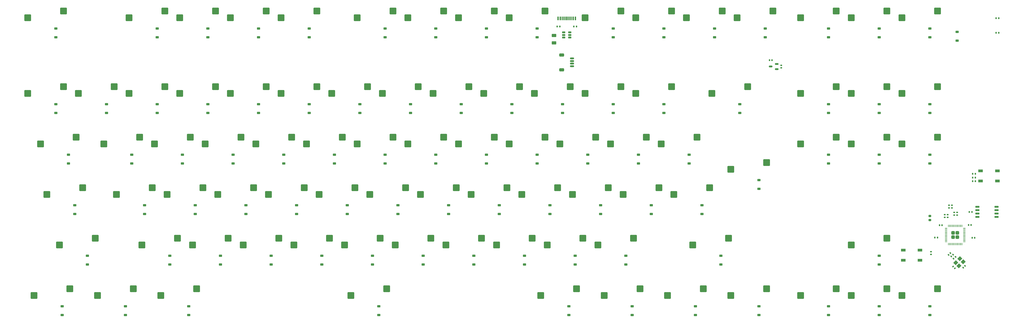
<source format=gbr>
%TF.GenerationSoftware,KiCad,Pcbnew,(7.0.0)*%
%TF.CreationDate,2023-12-09T11:02:40+00:00*%
%TF.ProjectId,TKL_PCB,544b4c5f-5043-4422-9e6b-696361645f70,rev?*%
%TF.SameCoordinates,Original*%
%TF.FileFunction,Paste,Bot*%
%TF.FilePolarity,Positive*%
%FSLAX46Y46*%
G04 Gerber Fmt 4.6, Leading zero omitted, Abs format (unit mm)*
G04 Created by KiCad (PCBNEW (7.0.0)) date 2023-12-09 11:02:40*
%MOMM*%
%LPD*%
G01*
G04 APERTURE LIST*
G04 Aperture macros list*
%AMRoundRect*
0 Rectangle with rounded corners*
0 $1 Rounding radius*
0 $2 $3 $4 $5 $6 $7 $8 $9 X,Y pos of 4 corners*
0 Add a 4 corners polygon primitive as box body*
4,1,4,$2,$3,$4,$5,$6,$7,$8,$9,$2,$3,0*
0 Add four circle primitives for the rounded corners*
1,1,$1+$1,$2,$3*
1,1,$1+$1,$4,$5*
1,1,$1+$1,$6,$7*
1,1,$1+$1,$8,$9*
0 Add four rect primitives between the rounded corners*
20,1,$1+$1,$2,$3,$4,$5,0*
20,1,$1+$1,$4,$5,$6,$7,0*
20,1,$1+$1,$6,$7,$8,$9,0*
20,1,$1+$1,$8,$9,$2,$3,0*%
%AMRotRect*
0 Rectangle, with rotation*
0 The origin of the aperture is its center*
0 $1 length*
0 $2 width*
0 $3 Rotation angle, in degrees counterclockwise*
0 Add horizontal line*
21,1,$1,$2,0,0,$3*%
G04 Aperture macros list end*
%ADD10RoundRect,0.225000X0.375000X-0.225000X0.375000X0.225000X-0.375000X0.225000X-0.375000X-0.225000X0*%
%ADD11RoundRect,0.135000X0.135000X0.185000X-0.135000X0.185000X-0.135000X-0.185000X0.135000X-0.185000X0*%
%ADD12RoundRect,0.250000X1.025000X1.000000X-1.025000X1.000000X-1.025000X-1.000000X1.025000X-1.000000X0*%
%ADD13RoundRect,0.135000X-0.185000X0.135000X-0.185000X-0.135000X0.185000X-0.135000X0.185000X0.135000X0*%
%ADD14RoundRect,0.150000X0.475000X0.150000X-0.475000X0.150000X-0.475000X-0.150000X0.475000X-0.150000X0*%
%ADD15R,1.700000X1.000000*%
%ADD16RoundRect,0.150000X0.650000X0.150000X-0.650000X0.150000X-0.650000X-0.150000X0.650000X-0.150000X0*%
%ADD17RoundRect,0.140000X0.140000X0.170000X-0.140000X0.170000X-0.140000X-0.170000X0.140000X-0.170000X0*%
%ADD18RoundRect,0.140000X0.021213X-0.219203X0.219203X-0.021213X-0.021213X0.219203X-0.219203X0.021213X0*%
%ADD19RoundRect,0.140000X-0.140000X-0.170000X0.140000X-0.170000X0.140000X0.170000X-0.140000X0.170000X0*%
%ADD20RoundRect,0.150000X0.625000X-0.150000X0.625000X0.150000X-0.625000X0.150000X-0.625000X-0.150000X0*%
%ADD21RoundRect,0.250000X0.650000X-0.350000X0.650000X0.350000X-0.650000X0.350000X-0.650000X-0.350000X0*%
%ADD22RoundRect,0.140000X0.170000X-0.140000X0.170000X0.140000X-0.170000X0.140000X-0.170000X-0.140000X0*%
%ADD23R,0.600000X1.450000*%
%ADD24R,0.300000X1.450000*%
%ADD25RoundRect,0.150000X0.512500X0.150000X-0.512500X0.150000X-0.512500X-0.150000X0.512500X-0.150000X0*%
%ADD26RoundRect,0.140000X-0.021213X0.219203X-0.219203X0.021213X0.021213X-0.219203X0.219203X-0.021213X0*%
%ADD27RoundRect,0.140000X0.219203X0.021213X0.021213X0.219203X-0.219203X-0.021213X-0.021213X-0.219203X0*%
%ADD28RoundRect,0.135000X-0.135000X-0.185000X0.135000X-0.185000X0.135000X0.185000X-0.135000X0.185000X0*%
%ADD29RoundRect,0.225000X-0.250000X0.225000X-0.250000X-0.225000X0.250000X-0.225000X0.250000X0.225000X0*%
%ADD30RoundRect,0.250000X-0.625000X0.375000X-0.625000X-0.375000X0.625000X-0.375000X0.625000X0.375000X0*%
%ADD31RotRect,1.400000X1.200000X45.000000*%
%ADD32RoundRect,0.135000X0.035355X-0.226274X0.226274X-0.035355X-0.035355X0.226274X-0.226274X0.035355X0*%
%ADD33RoundRect,0.249999X0.395001X0.395001X-0.395001X0.395001X-0.395001X-0.395001X0.395001X-0.395001X0*%
%ADD34RoundRect,0.050000X0.387500X0.050000X-0.387500X0.050000X-0.387500X-0.050000X0.387500X-0.050000X0*%
%ADD35RoundRect,0.050000X0.050000X0.387500X-0.050000X0.387500X-0.050000X-0.387500X0.050000X-0.387500X0*%
G04 APERTURE END LIST*
D10*
%TO.C,D9*%
X209550000Y-27843750D03*
X209550000Y-24543750D03*
%TD*%
D11*
%TO.C,R3*%
X383097500Y-26193750D03*
X382077500Y-26193750D03*
%TD*%
D10*
%TO.C,D27*%
X219075000Y-56418750D03*
X219075000Y-53118750D03*
%TD*%
D12*
%TO.C,SW83*%
X258546250Y-125253750D03*
X271996250Y-122713750D03*
%TD*%
%TO.C,SW42*%
X179965000Y-68103750D03*
X193415000Y-65563750D03*
%TD*%
%TO.C,SW67*%
X99002500Y-106203750D03*
X112452500Y-103663750D03*
%TD*%
%TO.C,SW33*%
X346652500Y-49053750D03*
X360102500Y-46513750D03*
%TD*%
D10*
%TO.C,D40*%
X152400000Y-75468750D03*
X152400000Y-72168750D03*
%TD*%
D12*
%TO.C,SW86*%
X327602500Y-125253750D03*
X341052500Y-122713750D03*
%TD*%
D10*
%TO.C,D33*%
X357187500Y-56418750D03*
X357187500Y-53118750D03*
%TD*%
D12*
%TO.C,SW20*%
X75190000Y-49053750D03*
X88640000Y-46513750D03*
%TD*%
D10*
%TO.C,D87*%
X357187500Y-132618750D03*
X357187500Y-129318750D03*
%TD*%
%TO.C,D73*%
X223837500Y-113568750D03*
X223837500Y-110268750D03*
%TD*%
%TO.C,D80*%
X150018750Y-132618750D03*
X150018750Y-129318750D03*
%TD*%
D12*
%TO.C,SW69*%
X137102500Y-106203750D03*
X150552500Y-103663750D03*
%TD*%
D13*
%TO.C,R5*%
X357603648Y-108730877D03*
X357603648Y-109750877D03*
%TD*%
D10*
%TO.C,D34*%
X33337500Y-75468750D03*
X33337500Y-72168750D03*
%TD*%
%TO.C,D53*%
X80962500Y-94518750D03*
X80962500Y-91218750D03*
%TD*%
%TO.C,D26*%
X200025000Y-56418750D03*
X200025000Y-53118750D03*
%TD*%
%TO.C,D58*%
X176212500Y-94518750D03*
X176212500Y-91218750D03*
%TD*%
%TO.C,D56*%
X138112500Y-94518750D03*
X138112500Y-91218750D03*
%TD*%
%TO.C,D29*%
X257175000Y-56418750D03*
X257175000Y-53118750D03*
%TD*%
D12*
%TO.C,SW50*%
X346652500Y-68103750D03*
X360102500Y-65563750D03*
%TD*%
D10*
%TO.C,D3*%
X85725000Y-27843750D03*
X85725000Y-24543750D03*
%TD*%
D14*
%TO.C,U2*%
X221837500Y-26037500D03*
X221837500Y-26987500D03*
X221837500Y-27937500D03*
X219487500Y-27937500D03*
X219487500Y-26987500D03*
X219487500Y-26037500D03*
%TD*%
D11*
%TO.C,R6*%
X374316250Y-79375000D03*
X373296250Y-79375000D03*
%TD*%
D12*
%TO.C,SW28*%
X227590000Y-49053750D03*
X241040000Y-46513750D03*
%TD*%
D10*
%TO.C,D47*%
X292893750Y-84993750D03*
X292893750Y-81693750D03*
%TD*%
%TO.C,D39*%
X133350000Y-75468750D03*
X133350000Y-72168750D03*
%TD*%
%TO.C,D44*%
X228600000Y-75468750D03*
X228600000Y-72168750D03*
%TD*%
%TO.C,D14*%
X319087500Y-27843750D03*
X319087500Y-24543750D03*
%TD*%
%TO.C,D28*%
X238125000Y-56418750D03*
X238125000Y-53118750D03*
%TD*%
%TO.C,D2*%
X66675000Y-27843750D03*
X66675000Y-24543750D03*
%TD*%
%TO.C,D43*%
X209550000Y-75468750D03*
X209550000Y-72168750D03*
%TD*%
%TO.C,D63*%
X271462500Y-94518750D03*
X271462500Y-91218750D03*
%TD*%
%TO.C,D52*%
X61912500Y-94518750D03*
X61912500Y-91218750D03*
%TD*%
%TO.C,D79*%
X78581250Y-132618750D03*
X78581250Y-129318750D03*
%TD*%
D15*
%TO.C,RST1*%
X353459147Y-108091768D03*
X347159147Y-108091768D03*
X353459147Y-111891768D03*
X347159147Y-111891768D03*
%TD*%
D12*
%TO.C,SW38*%
X103765000Y-68103750D03*
X117215000Y-65563750D03*
%TD*%
D10*
%TO.C,D83*%
X269081250Y-132618750D03*
X269081250Y-129318750D03*
%TD*%
D12*
%TO.C,SW22*%
X113290000Y-49053750D03*
X126740000Y-46513750D03*
%TD*%
%TO.C,SW6*%
X141865000Y-20478750D03*
X155315000Y-17938750D03*
%TD*%
D16*
%TO.C,Flash*%
X382218750Y-91757500D03*
X382218750Y-93027500D03*
X382218750Y-94297500D03*
X382218750Y-95567500D03*
X375018750Y-95567500D03*
X375018750Y-94297500D03*
X375018750Y-93027500D03*
X375018750Y-91757500D03*
%TD*%
D10*
%TO.C,D37*%
X95250000Y-75468750D03*
X95250000Y-72168750D03*
%TD*%
D17*
%TO.C,C10*%
X361762390Y-98748485D03*
X360802390Y-98748485D03*
%TD*%
D10*
%TO.C,D68*%
X128587500Y-113568750D03*
X128587500Y-110268750D03*
%TD*%
D12*
%TO.C,SW74*%
X232352500Y-106203750D03*
X245802500Y-103663750D03*
%TD*%
D10*
%TO.C,D81*%
X221456250Y-132618750D03*
X221456250Y-129318750D03*
%TD*%
D12*
%TO.C,SW41*%
X160915000Y-68103750D03*
X174365000Y-65563750D03*
%TD*%
D17*
%TO.C,C5*%
X372996466Y-93688597D03*
X372036466Y-93688597D03*
%TD*%
D12*
%TO.C,SW11*%
X246640000Y-20478750D03*
X260090000Y-17938750D03*
%TD*%
D10*
%TO.C,D1*%
X28575000Y-27843750D03*
X28575000Y-24543750D03*
%TD*%
D18*
%TO.C,C3*%
X369747504Y-114695183D03*
X370426326Y-114016361D03*
%TD*%
D19*
%TO.C,C13*%
X373096446Y-103447575D03*
X374056446Y-103447575D03*
%TD*%
D10*
%TO.C,D25*%
X180975000Y-56418750D03*
X180975000Y-53118750D03*
%TD*%
D20*
%TO.C,J2*%
X222662500Y-38806250D03*
X222662500Y-37806250D03*
X222662500Y-36806250D03*
X222662500Y-35806250D03*
D21*
X218787500Y-40106250D03*
X218787500Y-34506250D03*
%TD*%
D10*
%TO.C,D49*%
X338137500Y-75468750D03*
X338137500Y-72168750D03*
%TD*%
D22*
%TO.C,C6*%
X363899353Y-95728434D03*
X363899353Y-94768434D03*
%TD*%
D12*
%TO.C,SW82*%
X234733750Y-125253750D03*
X248183750Y-122713750D03*
%TD*%
%TO.C,SW59*%
X184727500Y-87153750D03*
X198177500Y-84613750D03*
%TD*%
D10*
%TO.C,D65*%
X71437500Y-113568750D03*
X71437500Y-110268750D03*
%TD*%
D12*
%TO.C,SW16*%
X346652500Y-20478750D03*
X360102500Y-17938750D03*
%TD*%
D23*
%TO.C,J1*%
X217412499Y-20713749D03*
X218212499Y-20713749D03*
D24*
X219412499Y-20713749D03*
X220412499Y-20713749D03*
X220912499Y-20713749D03*
X221912499Y-20713749D03*
D23*
X223112499Y-20713749D03*
X223912499Y-20713749D03*
X223912499Y-20713749D03*
X223112499Y-20713749D03*
D24*
X222412499Y-20713749D03*
X221412499Y-20713749D03*
X219912499Y-20713749D03*
X218912499Y-20713749D03*
D23*
X218212499Y-20713749D03*
X217412499Y-20713749D03*
%TD*%
D12*
%TO.C,SW4*%
X94240000Y-20478750D03*
X107690000Y-17938750D03*
%TD*%
%TO.C,SW46*%
X256165000Y-68103750D03*
X269615000Y-65563750D03*
%TD*%
D10*
%TO.C,D51*%
X35718750Y-94518750D03*
X35718750Y-91218750D03*
%TD*%
%TO.C,D62*%
X252412500Y-94518750D03*
X252412500Y-91218750D03*
%TD*%
D12*
%TO.C,SW7*%
X160915000Y-20478750D03*
X174365000Y-17938750D03*
%TD*%
D10*
%TO.C,D38*%
X114300000Y-75468750D03*
X114300000Y-72168750D03*
%TD*%
D12*
%TO.C,SW85*%
X308552500Y-125253750D03*
X322002500Y-122713750D03*
%TD*%
%TO.C,SW17*%
X18040000Y-49053750D03*
X31490000Y-46513750D03*
%TD*%
%TO.C,SW23*%
X132340000Y-49053750D03*
X145790000Y-46513750D03*
%TD*%
%TO.C,SW58*%
X165677500Y-87153750D03*
X179127500Y-84613750D03*
%TD*%
%TO.C,SW76*%
X327602500Y-106203750D03*
X341052500Y-103663750D03*
%TD*%
%TO.C,SW19*%
X56140000Y-49053750D03*
X69590000Y-46513750D03*
%TD*%
D10*
%TO.C,D76*%
X338137500Y-113568750D03*
X338137500Y-110268750D03*
%TD*%
D12*
%TO.C,SW12*%
X265690000Y-20478750D03*
X279140000Y-17938750D03*
%TD*%
%TO.C,SW53*%
X70427500Y-87153750D03*
X83877500Y-84613750D03*
%TD*%
D10*
%TO.C,D59*%
X195262500Y-94518750D03*
X195262500Y-91218750D03*
%TD*%
%TO.C,D32*%
X338137500Y-56418750D03*
X338137500Y-53118750D03*
%TD*%
D12*
%TO.C,SW37*%
X84715000Y-68103750D03*
X98165000Y-65563750D03*
%TD*%
D25*
%TO.C,Regulator*%
X299587500Y-37943750D03*
X299587500Y-39843750D03*
X297312500Y-38893750D03*
%TD*%
D26*
%TO.C,C7*%
X364859741Y-109187032D03*
X364180919Y-109865854D03*
%TD*%
D27*
%TO.C,C4*%
X366592833Y-114959248D03*
X365914011Y-114280426D03*
%TD*%
D10*
%TO.C,D50*%
X357187500Y-75468750D03*
X357187500Y-72168750D03*
%TD*%
D12*
%TO.C,SW31*%
X308552500Y-49053750D03*
X322002500Y-46513750D03*
%TD*%
%TO.C,SW75*%
X268071250Y-106203750D03*
X281521250Y-103663750D03*
%TD*%
%TO.C,SW77*%
X20421250Y-125253750D03*
X33871250Y-122713750D03*
%TD*%
%TO.C,SW32*%
X327602500Y-49053750D03*
X341052500Y-46513750D03*
%TD*%
D22*
%TO.C,C14*%
X366318961Y-94898200D03*
X366318961Y-93938200D03*
%TD*%
D10*
%TO.C,D17*%
X28575000Y-56418750D03*
X28575000Y-53118750D03*
%TD*%
D28*
%TO.C,R4*%
X382077500Y-20637500D03*
X383097500Y-20637500D03*
%TD*%
D12*
%TO.C,SW48*%
X308552500Y-68103750D03*
X322002500Y-65563750D03*
%TD*%
D22*
%TO.C,C15*%
X362743750Y-95730000D03*
X362743750Y-94770000D03*
%TD*%
D12*
%TO.C,SW72*%
X194252500Y-106203750D03*
X207702500Y-103663750D03*
%TD*%
%TO.C,SW34*%
X22802500Y-68103750D03*
X36252500Y-65563750D03*
%TD*%
%TO.C,SW36*%
X65665000Y-68103750D03*
X79115000Y-65563750D03*
%TD*%
%TO.C,SW18*%
X37090000Y-49053750D03*
X50540000Y-46513750D03*
%TD*%
%TO.C,SW8*%
X179965000Y-20478750D03*
X193415000Y-17938750D03*
%TD*%
D10*
%TO.C,D69*%
X147637500Y-113568750D03*
X147637500Y-110268750D03*
%TD*%
%TO.C,D31*%
X319087500Y-56418750D03*
X319087500Y-53118750D03*
%TD*%
D12*
%TO.C,SW79*%
X68046250Y-125253750D03*
X81496250Y-122713750D03*
%TD*%
%TO.C,SW71*%
X175202500Y-106203750D03*
X188652500Y-103663750D03*
%TD*%
D11*
%TO.C,R1*%
X218097890Y-23794288D03*
X217077890Y-23794288D03*
%TD*%
D12*
%TO.C,SW3*%
X75190000Y-20478750D03*
X88640000Y-17938750D03*
%TD*%
D10*
%TO.C,D70*%
X166687500Y-113568750D03*
X166687500Y-110268750D03*
%TD*%
D12*
%TO.C,SW81*%
X210921250Y-125253750D03*
X224371250Y-122713750D03*
%TD*%
%TO.C,SW9*%
X199015000Y-20478750D03*
X212465000Y-17938750D03*
%TD*%
D19*
%TO.C,C12*%
X371718072Y-98617275D03*
X372678072Y-98617275D03*
%TD*%
D10*
%TO.C,D84*%
X292893750Y-132618750D03*
X292893750Y-129318750D03*
%TD*%
%TO.C,D77*%
X30956250Y-132618750D03*
X30956250Y-129318750D03*
%TD*%
%TO.C,D78*%
X54768750Y-132618750D03*
X54768750Y-129318750D03*
%TD*%
D12*
%TO.C,SW70*%
X156152500Y-106203750D03*
X169602500Y-103663750D03*
%TD*%
D10*
%TO.C,D12*%
X276225000Y-27843750D03*
X276225000Y-24543750D03*
%TD*%
%TO.C,D88*%
X367445295Y-29123948D03*
X367445295Y-25823948D03*
%TD*%
D17*
%TO.C,C11*%
X360048750Y-103414598D03*
X359088750Y-103414598D03*
%TD*%
D10*
%TO.C,D5*%
X123825000Y-27843750D03*
X123825000Y-24543750D03*
%TD*%
%TO.C,D72*%
X204787500Y-113568750D03*
X204787500Y-110268750D03*
%TD*%
D12*
%TO.C,SW5*%
X113290000Y-20478750D03*
X126740000Y-17938750D03*
%TD*%
%TO.C,SW13*%
X284740000Y-20478750D03*
X298190000Y-17938750D03*
%TD*%
%TO.C,SW26*%
X189490000Y-49053750D03*
X202940000Y-46513750D03*
%TD*%
%TO.C,SW47*%
X282358750Y-77628750D03*
X295808750Y-75088750D03*
%TD*%
D10*
%TO.C,D23*%
X142875000Y-56418750D03*
X142875000Y-53118750D03*
%TD*%
D29*
%TO.C,C9*%
X357187500Y-95268750D03*
X357187500Y-96818750D03*
%TD*%
D10*
%TO.C,D66*%
X90487500Y-113568750D03*
X90487500Y-110268750D03*
%TD*%
%TO.C,D54*%
X100012500Y-94518750D03*
X100012500Y-91218750D03*
%TD*%
D30*
%TO.C,F1*%
X215900000Y-27175000D03*
X215900000Y-29975000D03*
%TD*%
D12*
%TO.C,SW80*%
X139483750Y-125253750D03*
X152933750Y-122713750D03*
%TD*%
D10*
%TO.C,D85*%
X319087500Y-132618750D03*
X319087500Y-129318750D03*
%TD*%
D12*
%TO.C,SW14*%
X308552500Y-20478750D03*
X322002500Y-17938750D03*
%TD*%
D10*
%TO.C,D10*%
X238125000Y-27843750D03*
X238125000Y-24543750D03*
%TD*%
D12*
%TO.C,SW21*%
X94240000Y-49053750D03*
X107690000Y-46513750D03*
%TD*%
%TO.C,SW73*%
X213302500Y-106203750D03*
X226752500Y-103663750D03*
%TD*%
D10*
%TO.C,D19*%
X66675000Y-56418750D03*
X66675000Y-53118750D03*
%TD*%
D12*
%TO.C,SW57*%
X146627500Y-87153750D03*
X160077500Y-84613750D03*
%TD*%
D10*
%TO.C,D74*%
X242887500Y-113568750D03*
X242887500Y-110268750D03*
%TD*%
%TO.C,D46*%
X266700000Y-75468750D03*
X266700000Y-72168750D03*
%TD*%
D13*
%TO.C,R10*%
X365467229Y-91183663D03*
X365467229Y-92203663D03*
%TD*%
D10*
%TO.C,D24*%
X161925000Y-56418750D03*
X161925000Y-53118750D03*
%TD*%
%TO.C,D11*%
X257175000Y-27843750D03*
X257175000Y-24543750D03*
%TD*%
D12*
%TO.C,SW87*%
X346652500Y-125253750D03*
X360102500Y-122713750D03*
%TD*%
%TO.C,SW35*%
X46615000Y-68103750D03*
X60065000Y-65563750D03*
%TD*%
D11*
%TO.C,R8*%
X374316250Y-82156250D03*
X373296250Y-82156250D03*
%TD*%
D10*
%TO.C,D4*%
X104775000Y-27843750D03*
X104775000Y-24543750D03*
%TD*%
D12*
%TO.C,SW56*%
X127577500Y-87153750D03*
X141027500Y-84613750D03*
%TD*%
%TO.C,SW15*%
X327602500Y-20478750D03*
X341052500Y-17938750D03*
%TD*%
D10*
%TO.C,D57*%
X157162500Y-94518750D03*
X157162500Y-91218750D03*
%TD*%
D12*
%TO.C,SW55*%
X108527500Y-87153750D03*
X121977500Y-84613750D03*
%TD*%
D10*
%TO.C,D75*%
X278606250Y-113568750D03*
X278606250Y-110268750D03*
%TD*%
%TO.C,D13*%
X295275000Y-27843750D03*
X295275000Y-24543750D03*
%TD*%
%TO.C,D55*%
X119062500Y-94518750D03*
X119062500Y-91218750D03*
%TD*%
%TO.C,D48*%
X319087500Y-75468750D03*
X319087500Y-72168750D03*
%TD*%
D12*
%TO.C,SW65*%
X60902500Y-106203750D03*
X74352500Y-103663750D03*
%TD*%
D10*
%TO.C,D16*%
X357187500Y-27843750D03*
X357187500Y-24543750D03*
%TD*%
D12*
%TO.C,SW63*%
X260927500Y-87153750D03*
X274377500Y-84613750D03*
%TD*%
%TO.C,SW49*%
X327602500Y-68103750D03*
X341052500Y-65563750D03*
%TD*%
D10*
%TO.C,D64*%
X40481250Y-113568750D03*
X40481250Y-110268750D03*
%TD*%
D12*
%TO.C,SW24*%
X151390000Y-49053750D03*
X164840000Y-46513750D03*
%TD*%
%TO.C,SW51*%
X25183750Y-87153750D03*
X38633750Y-84613750D03*
%TD*%
D10*
%TO.C,D60*%
X214312500Y-94518750D03*
X214312500Y-91218750D03*
%TD*%
D12*
%TO.C,SW66*%
X79952500Y-106203750D03*
X93402500Y-103663750D03*
%TD*%
%TO.C,SW84*%
X282358750Y-125253750D03*
X295808750Y-122713750D03*
%TD*%
D10*
%TO.C,D61*%
X233362500Y-94518750D03*
X233362500Y-91218750D03*
%TD*%
D12*
%TO.C,SW43*%
X199015000Y-68103750D03*
X212465000Y-65563750D03*
%TD*%
%TO.C,SW52*%
X51377500Y-87153750D03*
X64827500Y-84613750D03*
%TD*%
%TO.C,SW40*%
X141865000Y-68103750D03*
X155315000Y-65563750D03*
%TD*%
D10*
%TO.C,D67*%
X109537500Y-113568750D03*
X109537500Y-110268750D03*
%TD*%
D12*
%TO.C,SW1*%
X18040000Y-20478750D03*
X31490000Y-17938750D03*
%TD*%
D22*
%TO.C,C8*%
X367407596Y-94881144D03*
X367407596Y-93921144D03*
%TD*%
D10*
%TO.C,D22*%
X123825000Y-56418750D03*
X123825000Y-53118750D03*
%TD*%
%TO.C,D21*%
X104775000Y-56418750D03*
X104775000Y-53118750D03*
%TD*%
%TO.C,D6*%
X152400000Y-27843750D03*
X152400000Y-24543750D03*
%TD*%
D12*
%TO.C,SW62*%
X241877500Y-87153750D03*
X255327500Y-84613750D03*
%TD*%
%TO.C,SW30*%
X275215000Y-49053750D03*
X288665000Y-46513750D03*
%TD*%
%TO.C,SW45*%
X237115000Y-68103750D03*
X250565000Y-65563750D03*
%TD*%
D10*
%TO.C,D35*%
X57150000Y-75468750D03*
X57150000Y-72168750D03*
%TD*%
%TO.C,D86*%
X338137500Y-132618750D03*
X338137500Y-129318750D03*
%TD*%
%TO.C,D30*%
X285750000Y-56418750D03*
X285750000Y-53118750D03*
%TD*%
%TO.C,D71*%
X185737500Y-113568750D03*
X185737500Y-110268750D03*
%TD*%
%TO.C,D82*%
X245268750Y-132618750D03*
X245268750Y-129318750D03*
%TD*%
D12*
%TO.C,SW68*%
X118052500Y-106203750D03*
X131502500Y-103663750D03*
%TD*%
D10*
%TO.C,D8*%
X190500000Y-27843750D03*
X190500000Y-24543750D03*
%TD*%
D13*
%TO.C,R11*%
X364356323Y-91188472D03*
X364356323Y-92208472D03*
%TD*%
D28*
%TO.C,R2*%
X223324307Y-23794288D03*
X224344307Y-23794288D03*
%TD*%
D31*
%TO.C,Y1*%
X366921141Y-112889276D03*
X368476776Y-111333641D03*
X369678857Y-112535722D03*
X368123222Y-114091357D03*
%TD*%
D12*
%TO.C,SW60*%
X203777500Y-87153750D03*
X217227500Y-84613750D03*
%TD*%
D32*
%TO.C,R9*%
X366096888Y-111358554D03*
X366818136Y-110637306D03*
%TD*%
D10*
%TO.C,D7*%
X171450000Y-27843750D03*
X171450000Y-24543750D03*
%TD*%
%TO.C,D41*%
X171450000Y-75468750D03*
X171450000Y-72168750D03*
%TD*%
D15*
%TO.C,BOOT1*%
X382556249Y-78274999D03*
X376256249Y-78274999D03*
X382556249Y-82074999D03*
X376256249Y-82074999D03*
%TD*%
D22*
%TO.C,C2*%
X301329864Y-39373750D03*
X301329864Y-38413750D03*
%TD*%
D28*
%TO.C,R7*%
X373296250Y-80775000D03*
X374316250Y-80775000D03*
%TD*%
D19*
%TO.C,C1*%
X296862500Y-36512500D03*
X297822500Y-36512500D03*
%TD*%
D10*
%TO.C,D18*%
X47625000Y-56418750D03*
X47625000Y-53118750D03*
%TD*%
D12*
%TO.C,SW10*%
X227590000Y-20478750D03*
X241040000Y-17938750D03*
%TD*%
%TO.C,SW29*%
X246640000Y-49053750D03*
X260090000Y-46513750D03*
%TD*%
D33*
%TO.C,U3*%
X367512500Y-103193750D03*
X367512500Y-101593750D03*
X365912500Y-103193750D03*
X365912500Y-101593750D03*
D34*
X370150000Y-99793750D03*
X370150000Y-100193750D03*
X370150000Y-100593750D03*
X370150000Y-100993750D03*
X370150000Y-101393750D03*
X370150000Y-101793750D03*
X370150000Y-102193750D03*
X370150000Y-102593750D03*
X370150000Y-102993750D03*
X370150000Y-103393750D03*
X370150000Y-103793750D03*
X370150000Y-104193750D03*
X370150000Y-104593750D03*
X370150000Y-104993750D03*
D35*
X369312500Y-105831250D03*
X368912500Y-105831250D03*
X368512500Y-105831250D03*
X368112500Y-105831250D03*
X367712500Y-105831250D03*
X367312500Y-105831250D03*
X366912500Y-105831250D03*
X366512500Y-105831250D03*
X366112500Y-105831250D03*
X365712500Y-105831250D03*
X365312500Y-105831250D03*
X364912500Y-105831250D03*
X364512500Y-105831250D03*
X364112500Y-105831250D03*
D34*
X363275000Y-104993750D03*
X363275000Y-104593750D03*
X363275000Y-104193750D03*
X363275000Y-103793750D03*
X363275000Y-103393750D03*
X363275000Y-102993750D03*
X363275000Y-102593750D03*
X363275000Y-102193750D03*
X363275000Y-101793750D03*
X363275000Y-101393750D03*
X363275000Y-100993750D03*
X363275000Y-100593750D03*
X363275000Y-100193750D03*
X363275000Y-99793750D03*
D35*
X364112500Y-98956250D03*
X364512500Y-98956250D03*
X364912500Y-98956250D03*
X365312500Y-98956250D03*
X365712500Y-98956250D03*
X366112500Y-98956250D03*
X366512500Y-98956250D03*
X366912500Y-98956250D03*
X367312500Y-98956250D03*
X367712500Y-98956250D03*
X368112500Y-98956250D03*
X368512500Y-98956250D03*
X368912500Y-98956250D03*
X369312500Y-98956250D03*
%TD*%
D12*
%TO.C,SW78*%
X44233750Y-125253750D03*
X57683750Y-122713750D03*
%TD*%
%TO.C,SW44*%
X218065000Y-68103750D03*
X231515000Y-65563750D03*
%TD*%
D10*
%TO.C,D15*%
X338137500Y-27843750D03*
X338137500Y-24543750D03*
%TD*%
%TO.C,D20*%
X85725000Y-56418750D03*
X85725000Y-53118750D03*
%TD*%
D12*
%TO.C,SW61*%
X222827500Y-87153750D03*
X236277500Y-84613750D03*
%TD*%
%TO.C,SW27*%
X208540000Y-49053750D03*
X221990000Y-46513750D03*
%TD*%
D26*
%TO.C,C16*%
X365933888Y-109819106D03*
X365255066Y-110497928D03*
%TD*%
D12*
%TO.C,SW54*%
X89477500Y-87153750D03*
X102927500Y-84613750D03*
%TD*%
D10*
%TO.C,D36*%
X76200000Y-75468750D03*
X76200000Y-72168750D03*
%TD*%
%TO.C,D42*%
X190500000Y-75468750D03*
X190500000Y-72168750D03*
%TD*%
%TO.C,D45*%
X247650000Y-75468750D03*
X247650000Y-72168750D03*
%TD*%
D12*
%TO.C,SW39*%
X122815000Y-68103750D03*
X136265000Y-65563750D03*
%TD*%
%TO.C,SW2*%
X56140000Y-20478750D03*
X69590000Y-17938750D03*
%TD*%
%TO.C,SW64*%
X29946250Y-106203750D03*
X43396250Y-103663750D03*
%TD*%
%TO.C,SW25*%
X170440000Y-49053750D03*
X183890000Y-46513750D03*
%TD*%
M02*

</source>
